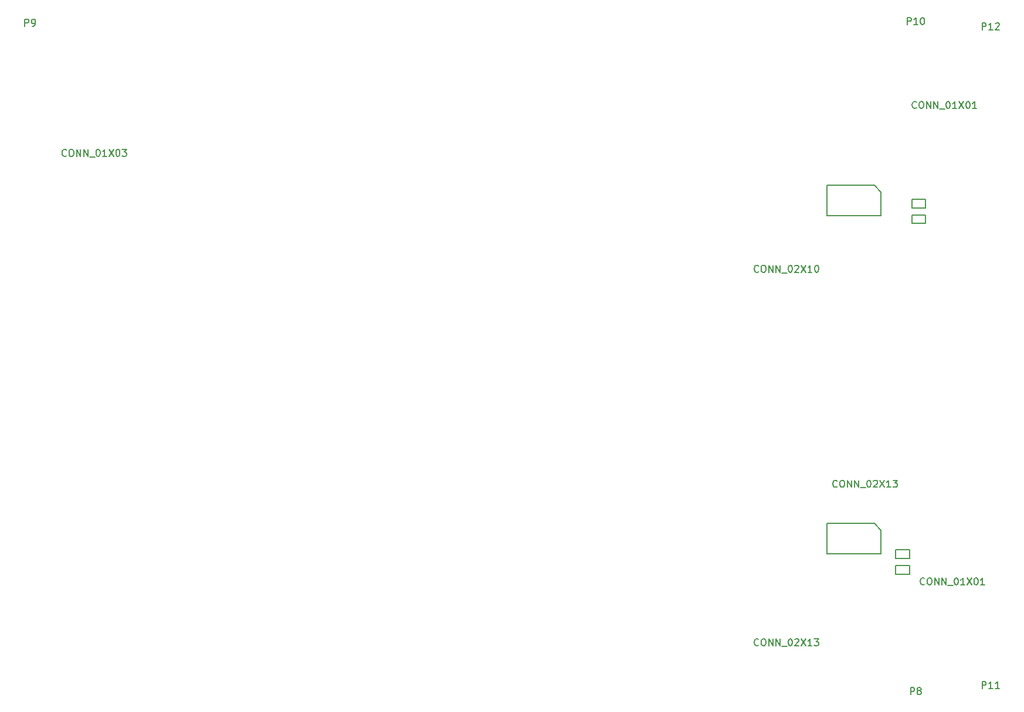
<source format=gbr>
G04 #@! TF.FileFunction,Other,Fab,Top*
%FSLAX46Y46*%
G04 Gerber Fmt 4.6, Leading zero omitted, Abs format (unit mm)*
G04 Created by KiCad (PCBNEW 4.0.5+dfsg1-4) date Mon Feb 26 17:29:33 2018*
%MOMM*%
%LPD*%
G01*
G04 APERTURE LIST*
%ADD10C,0.150000*%
G04 APERTURE END LIST*
D10*
X161965000Y-52837500D02*
X161965000Y-56237500D01*
X161965000Y-56237500D02*
X154165000Y-56237500D01*
X154165000Y-56237500D02*
X154165000Y-51837500D01*
X154165000Y-51837500D02*
X160965000Y-51837500D01*
X160965000Y-51837500D02*
X161965000Y-52837500D01*
X161965000Y-101669000D02*
X161965000Y-105069000D01*
X161965000Y-105069000D02*
X154165000Y-105069000D01*
X154165000Y-105069000D02*
X154165000Y-100669000D01*
X154165000Y-100669000D02*
X160965000Y-100669000D01*
X160965000Y-100669000D02*
X161965000Y-101669000D01*
X164037300Y-105741900D02*
X164037300Y-104491900D01*
X166037300Y-105741900D02*
X164037300Y-105741900D01*
X166037300Y-104491900D02*
X166037300Y-105741900D01*
X164037300Y-104491900D02*
X166037300Y-104491900D01*
X164037300Y-108040600D02*
X164037300Y-106790600D01*
X166037300Y-108040600D02*
X164037300Y-108040600D01*
X166037300Y-106790600D02*
X166037300Y-108040600D01*
X164037300Y-106790600D02*
X166037300Y-106790600D01*
X166399500Y-55132400D02*
X166399500Y-53882400D01*
X168399500Y-55132400D02*
X166399500Y-55132400D01*
X168399500Y-53882400D02*
X168399500Y-55132400D01*
X166399500Y-53882400D02*
X168399500Y-53882400D01*
X166399500Y-57342200D02*
X166399500Y-56092200D01*
X168399500Y-57342200D02*
X166399500Y-57342200D01*
X168399500Y-56092200D02*
X168399500Y-57342200D01*
X166399500Y-56092200D02*
X168399500Y-56092200D01*
X44336191Y-47547143D02*
X44288572Y-47594762D01*
X44145715Y-47642381D01*
X44050477Y-47642381D01*
X43907619Y-47594762D01*
X43812381Y-47499524D01*
X43764762Y-47404286D01*
X43717143Y-47213810D01*
X43717143Y-47070952D01*
X43764762Y-46880476D01*
X43812381Y-46785238D01*
X43907619Y-46690000D01*
X44050477Y-46642381D01*
X44145715Y-46642381D01*
X44288572Y-46690000D01*
X44336191Y-46737619D01*
X44955238Y-46642381D02*
X45145715Y-46642381D01*
X45240953Y-46690000D01*
X45336191Y-46785238D01*
X45383810Y-46975714D01*
X45383810Y-47309048D01*
X45336191Y-47499524D01*
X45240953Y-47594762D01*
X45145715Y-47642381D01*
X44955238Y-47642381D01*
X44860000Y-47594762D01*
X44764762Y-47499524D01*
X44717143Y-47309048D01*
X44717143Y-46975714D01*
X44764762Y-46785238D01*
X44860000Y-46690000D01*
X44955238Y-46642381D01*
X45812381Y-47642381D02*
X45812381Y-46642381D01*
X46383810Y-47642381D01*
X46383810Y-46642381D01*
X46860000Y-47642381D02*
X46860000Y-46642381D01*
X47431429Y-47642381D01*
X47431429Y-46642381D01*
X47669524Y-47737619D02*
X48431429Y-47737619D01*
X48860000Y-46642381D02*
X48955239Y-46642381D01*
X49050477Y-46690000D01*
X49098096Y-46737619D01*
X49145715Y-46832857D01*
X49193334Y-47023333D01*
X49193334Y-47261429D01*
X49145715Y-47451905D01*
X49098096Y-47547143D01*
X49050477Y-47594762D01*
X48955239Y-47642381D01*
X48860000Y-47642381D01*
X48764762Y-47594762D01*
X48717143Y-47547143D01*
X48669524Y-47451905D01*
X48621905Y-47261429D01*
X48621905Y-47023333D01*
X48669524Y-46832857D01*
X48717143Y-46737619D01*
X48764762Y-46690000D01*
X48860000Y-46642381D01*
X50145715Y-47642381D02*
X49574286Y-47642381D01*
X49860000Y-47642381D02*
X49860000Y-46642381D01*
X49764762Y-46785238D01*
X49669524Y-46880476D01*
X49574286Y-46928095D01*
X50479048Y-46642381D02*
X51145715Y-47642381D01*
X51145715Y-46642381D02*
X50479048Y-47642381D01*
X51717143Y-46642381D02*
X51812382Y-46642381D01*
X51907620Y-46690000D01*
X51955239Y-46737619D01*
X52002858Y-46832857D01*
X52050477Y-47023333D01*
X52050477Y-47261429D01*
X52002858Y-47451905D01*
X51955239Y-47547143D01*
X51907620Y-47594762D01*
X51812382Y-47642381D01*
X51717143Y-47642381D01*
X51621905Y-47594762D01*
X51574286Y-47547143D01*
X51526667Y-47451905D01*
X51479048Y-47261429D01*
X51479048Y-47023333D01*
X51526667Y-46832857D01*
X51574286Y-46737619D01*
X51621905Y-46690000D01*
X51717143Y-46642381D01*
X52383810Y-46642381D02*
X53002858Y-46642381D01*
X52669524Y-47023333D01*
X52812382Y-47023333D01*
X52907620Y-47070952D01*
X52955239Y-47118571D01*
X53002858Y-47213810D01*
X53002858Y-47451905D01*
X52955239Y-47547143D01*
X52907620Y-47594762D01*
X52812382Y-47642381D01*
X52526667Y-47642381D01*
X52431429Y-47594762D01*
X52383810Y-47547143D01*
X167058691Y-40626643D02*
X167011072Y-40674262D01*
X166868215Y-40721881D01*
X166772977Y-40721881D01*
X166630119Y-40674262D01*
X166534881Y-40579024D01*
X166487262Y-40483786D01*
X166439643Y-40293310D01*
X166439643Y-40150452D01*
X166487262Y-39959976D01*
X166534881Y-39864738D01*
X166630119Y-39769500D01*
X166772977Y-39721881D01*
X166868215Y-39721881D01*
X167011072Y-39769500D01*
X167058691Y-39817119D01*
X167677738Y-39721881D02*
X167868215Y-39721881D01*
X167963453Y-39769500D01*
X168058691Y-39864738D01*
X168106310Y-40055214D01*
X168106310Y-40388548D01*
X168058691Y-40579024D01*
X167963453Y-40674262D01*
X167868215Y-40721881D01*
X167677738Y-40721881D01*
X167582500Y-40674262D01*
X167487262Y-40579024D01*
X167439643Y-40388548D01*
X167439643Y-40055214D01*
X167487262Y-39864738D01*
X167582500Y-39769500D01*
X167677738Y-39721881D01*
X168534881Y-40721881D02*
X168534881Y-39721881D01*
X169106310Y-40721881D01*
X169106310Y-39721881D01*
X169582500Y-40721881D02*
X169582500Y-39721881D01*
X170153929Y-40721881D01*
X170153929Y-39721881D01*
X170392024Y-40817119D02*
X171153929Y-40817119D01*
X171582500Y-39721881D02*
X171677739Y-39721881D01*
X171772977Y-39769500D01*
X171820596Y-39817119D01*
X171868215Y-39912357D01*
X171915834Y-40102833D01*
X171915834Y-40340929D01*
X171868215Y-40531405D01*
X171820596Y-40626643D01*
X171772977Y-40674262D01*
X171677739Y-40721881D01*
X171582500Y-40721881D01*
X171487262Y-40674262D01*
X171439643Y-40626643D01*
X171392024Y-40531405D01*
X171344405Y-40340929D01*
X171344405Y-40102833D01*
X171392024Y-39912357D01*
X171439643Y-39817119D01*
X171487262Y-39769500D01*
X171582500Y-39721881D01*
X172868215Y-40721881D02*
X172296786Y-40721881D01*
X172582500Y-40721881D02*
X172582500Y-39721881D01*
X172487262Y-39864738D01*
X172392024Y-39959976D01*
X172296786Y-40007595D01*
X173201548Y-39721881D02*
X173868215Y-40721881D01*
X173868215Y-39721881D02*
X173201548Y-40721881D01*
X174439643Y-39721881D02*
X174534882Y-39721881D01*
X174630120Y-39769500D01*
X174677739Y-39817119D01*
X174725358Y-39912357D01*
X174772977Y-40102833D01*
X174772977Y-40340929D01*
X174725358Y-40531405D01*
X174677739Y-40626643D01*
X174630120Y-40674262D01*
X174534882Y-40721881D01*
X174439643Y-40721881D01*
X174344405Y-40674262D01*
X174296786Y-40626643D01*
X174249167Y-40531405D01*
X174201548Y-40340929D01*
X174201548Y-40102833D01*
X174249167Y-39912357D01*
X174296786Y-39817119D01*
X174344405Y-39769500D01*
X174439643Y-39721881D01*
X175725358Y-40721881D02*
X175153929Y-40721881D01*
X175439643Y-40721881D02*
X175439643Y-39721881D01*
X175344405Y-39864738D01*
X175249167Y-39959976D01*
X175153929Y-40007595D01*
X168227091Y-109460643D02*
X168179472Y-109508262D01*
X168036615Y-109555881D01*
X167941377Y-109555881D01*
X167798519Y-109508262D01*
X167703281Y-109413024D01*
X167655662Y-109317786D01*
X167608043Y-109127310D01*
X167608043Y-108984452D01*
X167655662Y-108793976D01*
X167703281Y-108698738D01*
X167798519Y-108603500D01*
X167941377Y-108555881D01*
X168036615Y-108555881D01*
X168179472Y-108603500D01*
X168227091Y-108651119D01*
X168846138Y-108555881D02*
X169036615Y-108555881D01*
X169131853Y-108603500D01*
X169227091Y-108698738D01*
X169274710Y-108889214D01*
X169274710Y-109222548D01*
X169227091Y-109413024D01*
X169131853Y-109508262D01*
X169036615Y-109555881D01*
X168846138Y-109555881D01*
X168750900Y-109508262D01*
X168655662Y-109413024D01*
X168608043Y-109222548D01*
X168608043Y-108889214D01*
X168655662Y-108698738D01*
X168750900Y-108603500D01*
X168846138Y-108555881D01*
X169703281Y-109555881D02*
X169703281Y-108555881D01*
X170274710Y-109555881D01*
X170274710Y-108555881D01*
X170750900Y-109555881D02*
X170750900Y-108555881D01*
X171322329Y-109555881D01*
X171322329Y-108555881D01*
X171560424Y-109651119D02*
X172322329Y-109651119D01*
X172750900Y-108555881D02*
X172846139Y-108555881D01*
X172941377Y-108603500D01*
X172988996Y-108651119D01*
X173036615Y-108746357D01*
X173084234Y-108936833D01*
X173084234Y-109174929D01*
X173036615Y-109365405D01*
X172988996Y-109460643D01*
X172941377Y-109508262D01*
X172846139Y-109555881D01*
X172750900Y-109555881D01*
X172655662Y-109508262D01*
X172608043Y-109460643D01*
X172560424Y-109365405D01*
X172512805Y-109174929D01*
X172512805Y-108936833D01*
X172560424Y-108746357D01*
X172608043Y-108651119D01*
X172655662Y-108603500D01*
X172750900Y-108555881D01*
X174036615Y-109555881D02*
X173465186Y-109555881D01*
X173750900Y-109555881D02*
X173750900Y-108555881D01*
X173655662Y-108698738D01*
X173560424Y-108793976D01*
X173465186Y-108841595D01*
X174369948Y-108555881D02*
X175036615Y-109555881D01*
X175036615Y-108555881D02*
X174369948Y-109555881D01*
X175608043Y-108555881D02*
X175703282Y-108555881D01*
X175798520Y-108603500D01*
X175846139Y-108651119D01*
X175893758Y-108746357D01*
X175941377Y-108936833D01*
X175941377Y-109174929D01*
X175893758Y-109365405D01*
X175846139Y-109460643D01*
X175798520Y-109508262D01*
X175703282Y-109555881D01*
X175608043Y-109555881D01*
X175512805Y-109508262D01*
X175465186Y-109460643D01*
X175417567Y-109365405D01*
X175369948Y-109174929D01*
X175369948Y-108936833D01*
X175417567Y-108746357D01*
X175465186Y-108651119D01*
X175512805Y-108603500D01*
X175608043Y-108555881D01*
X176893758Y-109555881D02*
X176322329Y-109555881D01*
X176608043Y-109555881D02*
X176608043Y-108555881D01*
X176512805Y-108698738D01*
X176417567Y-108793976D01*
X176322329Y-108841595D01*
X166204205Y-125406681D02*
X166204205Y-124406681D01*
X166585158Y-124406681D01*
X166680396Y-124454300D01*
X166728015Y-124501919D01*
X166775634Y-124597157D01*
X166775634Y-124740014D01*
X166728015Y-124835252D01*
X166680396Y-124882871D01*
X166585158Y-124930490D01*
X166204205Y-124930490D01*
X167347062Y-124835252D02*
X167251824Y-124787633D01*
X167204205Y-124740014D01*
X167156586Y-124644776D01*
X167156586Y-124597157D01*
X167204205Y-124501919D01*
X167251824Y-124454300D01*
X167347062Y-124406681D01*
X167537539Y-124406681D01*
X167632777Y-124454300D01*
X167680396Y-124501919D01*
X167728015Y-124597157D01*
X167728015Y-124644776D01*
X167680396Y-124740014D01*
X167632777Y-124787633D01*
X167537539Y-124835252D01*
X167347062Y-124835252D01*
X167251824Y-124882871D01*
X167204205Y-124930490D01*
X167156586Y-125025729D01*
X167156586Y-125216205D01*
X167204205Y-125311443D01*
X167251824Y-125359062D01*
X167347062Y-125406681D01*
X167537539Y-125406681D01*
X167632777Y-125359062D01*
X167680396Y-125311443D01*
X167728015Y-125216205D01*
X167728015Y-125025729D01*
X167680396Y-124930490D01*
X167632777Y-124882871D01*
X167537539Y-124835252D01*
X38353305Y-28835881D02*
X38353305Y-27835881D01*
X38734258Y-27835881D01*
X38829496Y-27883500D01*
X38877115Y-27931119D01*
X38924734Y-28026357D01*
X38924734Y-28169214D01*
X38877115Y-28264452D01*
X38829496Y-28312071D01*
X38734258Y-28359690D01*
X38353305Y-28359690D01*
X39400924Y-28835881D02*
X39591400Y-28835881D01*
X39686639Y-28788262D01*
X39734258Y-28740643D01*
X39829496Y-28597786D01*
X39877115Y-28407310D01*
X39877115Y-28026357D01*
X39829496Y-27931119D01*
X39781877Y-27883500D01*
X39686639Y-27835881D01*
X39496162Y-27835881D01*
X39400924Y-27883500D01*
X39353305Y-27931119D01*
X39305686Y-28026357D01*
X39305686Y-28264452D01*
X39353305Y-28359690D01*
X39400924Y-28407310D01*
X39496162Y-28454929D01*
X39686639Y-28454929D01*
X39781877Y-28407310D01*
X39829496Y-28359690D01*
X39877115Y-28264452D01*
X165728014Y-28607281D02*
X165728014Y-27607281D01*
X166108967Y-27607281D01*
X166204205Y-27654900D01*
X166251824Y-27702519D01*
X166299443Y-27797757D01*
X166299443Y-27940614D01*
X166251824Y-28035852D01*
X166204205Y-28083471D01*
X166108967Y-28131090D01*
X165728014Y-28131090D01*
X167251824Y-28607281D02*
X166680395Y-28607281D01*
X166966109Y-28607281D02*
X166966109Y-27607281D01*
X166870871Y-27750138D01*
X166775633Y-27845376D01*
X166680395Y-27892995D01*
X167870871Y-27607281D02*
X167966110Y-27607281D01*
X168061348Y-27654900D01*
X168108967Y-27702519D01*
X168156586Y-27797757D01*
X168204205Y-27988233D01*
X168204205Y-28226329D01*
X168156586Y-28416805D01*
X168108967Y-28512043D01*
X168061348Y-28559662D01*
X167966110Y-28607281D01*
X167870871Y-28607281D01*
X167775633Y-28559662D01*
X167728014Y-28512043D01*
X167680395Y-28416805D01*
X167632776Y-28226329D01*
X167632776Y-27988233D01*
X167680395Y-27797757D01*
X167728014Y-27702519D01*
X167775633Y-27654900D01*
X167870871Y-27607281D01*
X176548414Y-124530381D02*
X176548414Y-123530381D01*
X176929367Y-123530381D01*
X177024605Y-123578000D01*
X177072224Y-123625619D01*
X177119843Y-123720857D01*
X177119843Y-123863714D01*
X177072224Y-123958952D01*
X177024605Y-124006571D01*
X176929367Y-124054190D01*
X176548414Y-124054190D01*
X178072224Y-124530381D02*
X177500795Y-124530381D01*
X177786509Y-124530381D02*
X177786509Y-123530381D01*
X177691271Y-123673238D01*
X177596033Y-123768476D01*
X177500795Y-123816095D01*
X179024605Y-124530381D02*
X178453176Y-124530381D01*
X178738890Y-124530381D02*
X178738890Y-123530381D01*
X178643652Y-123673238D01*
X178548414Y-123768476D01*
X178453176Y-123816095D01*
X176548414Y-29369281D02*
X176548414Y-28369281D01*
X176929367Y-28369281D01*
X177024605Y-28416900D01*
X177072224Y-28464519D01*
X177119843Y-28559757D01*
X177119843Y-28702614D01*
X177072224Y-28797852D01*
X177024605Y-28845471D01*
X176929367Y-28893090D01*
X176548414Y-28893090D01*
X178072224Y-29369281D02*
X177500795Y-29369281D01*
X177786509Y-29369281D02*
X177786509Y-28369281D01*
X177691271Y-28512138D01*
X177596033Y-28607376D01*
X177500795Y-28654995D01*
X178453176Y-28464519D02*
X178500795Y-28416900D01*
X178596033Y-28369281D01*
X178834129Y-28369281D01*
X178929367Y-28416900D01*
X178976986Y-28464519D01*
X179024605Y-28559757D01*
X179024605Y-28654995D01*
X178976986Y-28797852D01*
X178405557Y-29369281D01*
X179024605Y-29369281D01*
X144262191Y-64298143D02*
X144214572Y-64345762D01*
X144071715Y-64393381D01*
X143976477Y-64393381D01*
X143833619Y-64345762D01*
X143738381Y-64250524D01*
X143690762Y-64155286D01*
X143643143Y-63964810D01*
X143643143Y-63821952D01*
X143690762Y-63631476D01*
X143738381Y-63536238D01*
X143833619Y-63441000D01*
X143976477Y-63393381D01*
X144071715Y-63393381D01*
X144214572Y-63441000D01*
X144262191Y-63488619D01*
X144881238Y-63393381D02*
X145071715Y-63393381D01*
X145166953Y-63441000D01*
X145262191Y-63536238D01*
X145309810Y-63726714D01*
X145309810Y-64060048D01*
X145262191Y-64250524D01*
X145166953Y-64345762D01*
X145071715Y-64393381D01*
X144881238Y-64393381D01*
X144786000Y-64345762D01*
X144690762Y-64250524D01*
X144643143Y-64060048D01*
X144643143Y-63726714D01*
X144690762Y-63536238D01*
X144786000Y-63441000D01*
X144881238Y-63393381D01*
X145738381Y-64393381D02*
X145738381Y-63393381D01*
X146309810Y-64393381D01*
X146309810Y-63393381D01*
X146786000Y-64393381D02*
X146786000Y-63393381D01*
X147357429Y-64393381D01*
X147357429Y-63393381D01*
X147595524Y-64488619D02*
X148357429Y-64488619D01*
X148786000Y-63393381D02*
X148881239Y-63393381D01*
X148976477Y-63441000D01*
X149024096Y-63488619D01*
X149071715Y-63583857D01*
X149119334Y-63774333D01*
X149119334Y-64012429D01*
X149071715Y-64202905D01*
X149024096Y-64298143D01*
X148976477Y-64345762D01*
X148881239Y-64393381D01*
X148786000Y-64393381D01*
X148690762Y-64345762D01*
X148643143Y-64298143D01*
X148595524Y-64202905D01*
X148547905Y-64012429D01*
X148547905Y-63774333D01*
X148595524Y-63583857D01*
X148643143Y-63488619D01*
X148690762Y-63441000D01*
X148786000Y-63393381D01*
X149500286Y-63488619D02*
X149547905Y-63441000D01*
X149643143Y-63393381D01*
X149881239Y-63393381D01*
X149976477Y-63441000D01*
X150024096Y-63488619D01*
X150071715Y-63583857D01*
X150071715Y-63679095D01*
X150024096Y-63821952D01*
X149452667Y-64393381D01*
X150071715Y-64393381D01*
X150405048Y-63393381D02*
X151071715Y-64393381D01*
X151071715Y-63393381D02*
X150405048Y-64393381D01*
X151976477Y-64393381D02*
X151405048Y-64393381D01*
X151690762Y-64393381D02*
X151690762Y-63393381D01*
X151595524Y-63536238D01*
X151500286Y-63631476D01*
X151405048Y-63679095D01*
X152595524Y-63393381D02*
X152690763Y-63393381D01*
X152786001Y-63441000D01*
X152833620Y-63488619D01*
X152881239Y-63583857D01*
X152928858Y-63774333D01*
X152928858Y-64012429D01*
X152881239Y-64202905D01*
X152833620Y-64298143D01*
X152786001Y-64345762D01*
X152690763Y-64393381D01*
X152595524Y-64393381D01*
X152500286Y-64345762D01*
X152452667Y-64298143D01*
X152405048Y-64202905D01*
X152357429Y-64012429D01*
X152357429Y-63774333D01*
X152405048Y-63583857D01*
X152452667Y-63488619D01*
X152500286Y-63441000D01*
X152595524Y-63393381D01*
X155615191Y-95354343D02*
X155567572Y-95401962D01*
X155424715Y-95449581D01*
X155329477Y-95449581D01*
X155186619Y-95401962D01*
X155091381Y-95306724D01*
X155043762Y-95211486D01*
X154996143Y-95021010D01*
X154996143Y-94878152D01*
X155043762Y-94687676D01*
X155091381Y-94592438D01*
X155186619Y-94497200D01*
X155329477Y-94449581D01*
X155424715Y-94449581D01*
X155567572Y-94497200D01*
X155615191Y-94544819D01*
X156234238Y-94449581D02*
X156424715Y-94449581D01*
X156519953Y-94497200D01*
X156615191Y-94592438D01*
X156662810Y-94782914D01*
X156662810Y-95116248D01*
X156615191Y-95306724D01*
X156519953Y-95401962D01*
X156424715Y-95449581D01*
X156234238Y-95449581D01*
X156139000Y-95401962D01*
X156043762Y-95306724D01*
X155996143Y-95116248D01*
X155996143Y-94782914D01*
X156043762Y-94592438D01*
X156139000Y-94497200D01*
X156234238Y-94449581D01*
X157091381Y-95449581D02*
X157091381Y-94449581D01*
X157662810Y-95449581D01*
X157662810Y-94449581D01*
X158139000Y-95449581D02*
X158139000Y-94449581D01*
X158710429Y-95449581D01*
X158710429Y-94449581D01*
X158948524Y-95544819D02*
X159710429Y-95544819D01*
X160139000Y-94449581D02*
X160234239Y-94449581D01*
X160329477Y-94497200D01*
X160377096Y-94544819D01*
X160424715Y-94640057D01*
X160472334Y-94830533D01*
X160472334Y-95068629D01*
X160424715Y-95259105D01*
X160377096Y-95354343D01*
X160329477Y-95401962D01*
X160234239Y-95449581D01*
X160139000Y-95449581D01*
X160043762Y-95401962D01*
X159996143Y-95354343D01*
X159948524Y-95259105D01*
X159900905Y-95068629D01*
X159900905Y-94830533D01*
X159948524Y-94640057D01*
X159996143Y-94544819D01*
X160043762Y-94497200D01*
X160139000Y-94449581D01*
X160853286Y-94544819D02*
X160900905Y-94497200D01*
X160996143Y-94449581D01*
X161234239Y-94449581D01*
X161329477Y-94497200D01*
X161377096Y-94544819D01*
X161424715Y-94640057D01*
X161424715Y-94735295D01*
X161377096Y-94878152D01*
X160805667Y-95449581D01*
X161424715Y-95449581D01*
X161758048Y-94449581D02*
X162424715Y-95449581D01*
X162424715Y-94449581D02*
X161758048Y-95449581D01*
X163329477Y-95449581D02*
X162758048Y-95449581D01*
X163043762Y-95449581D02*
X163043762Y-94449581D01*
X162948524Y-94592438D01*
X162853286Y-94687676D01*
X162758048Y-94735295D01*
X163662810Y-94449581D02*
X164281858Y-94449581D01*
X163948524Y-94830533D01*
X164091382Y-94830533D01*
X164186620Y-94878152D01*
X164234239Y-94925771D01*
X164281858Y-95021010D01*
X164281858Y-95259105D01*
X164234239Y-95354343D01*
X164186620Y-95401962D01*
X164091382Y-95449581D01*
X163805667Y-95449581D01*
X163710429Y-95401962D01*
X163662810Y-95354343D01*
X144262191Y-118264143D02*
X144214572Y-118311762D01*
X144071715Y-118359381D01*
X143976477Y-118359381D01*
X143833619Y-118311762D01*
X143738381Y-118216524D01*
X143690762Y-118121286D01*
X143643143Y-117930810D01*
X143643143Y-117787952D01*
X143690762Y-117597476D01*
X143738381Y-117502238D01*
X143833619Y-117407000D01*
X143976477Y-117359381D01*
X144071715Y-117359381D01*
X144214572Y-117407000D01*
X144262191Y-117454619D01*
X144881238Y-117359381D02*
X145071715Y-117359381D01*
X145166953Y-117407000D01*
X145262191Y-117502238D01*
X145309810Y-117692714D01*
X145309810Y-118026048D01*
X145262191Y-118216524D01*
X145166953Y-118311762D01*
X145071715Y-118359381D01*
X144881238Y-118359381D01*
X144786000Y-118311762D01*
X144690762Y-118216524D01*
X144643143Y-118026048D01*
X144643143Y-117692714D01*
X144690762Y-117502238D01*
X144786000Y-117407000D01*
X144881238Y-117359381D01*
X145738381Y-118359381D02*
X145738381Y-117359381D01*
X146309810Y-118359381D01*
X146309810Y-117359381D01*
X146786000Y-118359381D02*
X146786000Y-117359381D01*
X147357429Y-118359381D01*
X147357429Y-117359381D01*
X147595524Y-118454619D02*
X148357429Y-118454619D01*
X148786000Y-117359381D02*
X148881239Y-117359381D01*
X148976477Y-117407000D01*
X149024096Y-117454619D01*
X149071715Y-117549857D01*
X149119334Y-117740333D01*
X149119334Y-117978429D01*
X149071715Y-118168905D01*
X149024096Y-118264143D01*
X148976477Y-118311762D01*
X148881239Y-118359381D01*
X148786000Y-118359381D01*
X148690762Y-118311762D01*
X148643143Y-118264143D01*
X148595524Y-118168905D01*
X148547905Y-117978429D01*
X148547905Y-117740333D01*
X148595524Y-117549857D01*
X148643143Y-117454619D01*
X148690762Y-117407000D01*
X148786000Y-117359381D01*
X149500286Y-117454619D02*
X149547905Y-117407000D01*
X149643143Y-117359381D01*
X149881239Y-117359381D01*
X149976477Y-117407000D01*
X150024096Y-117454619D01*
X150071715Y-117549857D01*
X150071715Y-117645095D01*
X150024096Y-117787952D01*
X149452667Y-118359381D01*
X150071715Y-118359381D01*
X150405048Y-117359381D02*
X151071715Y-118359381D01*
X151071715Y-117359381D02*
X150405048Y-118359381D01*
X151976477Y-118359381D02*
X151405048Y-118359381D01*
X151690762Y-118359381D02*
X151690762Y-117359381D01*
X151595524Y-117502238D01*
X151500286Y-117597476D01*
X151405048Y-117645095D01*
X152309810Y-117359381D02*
X152928858Y-117359381D01*
X152595524Y-117740333D01*
X152738382Y-117740333D01*
X152833620Y-117787952D01*
X152881239Y-117835571D01*
X152928858Y-117930810D01*
X152928858Y-118168905D01*
X152881239Y-118264143D01*
X152833620Y-118311762D01*
X152738382Y-118359381D01*
X152452667Y-118359381D01*
X152357429Y-118311762D01*
X152309810Y-118264143D01*
M02*

</source>
